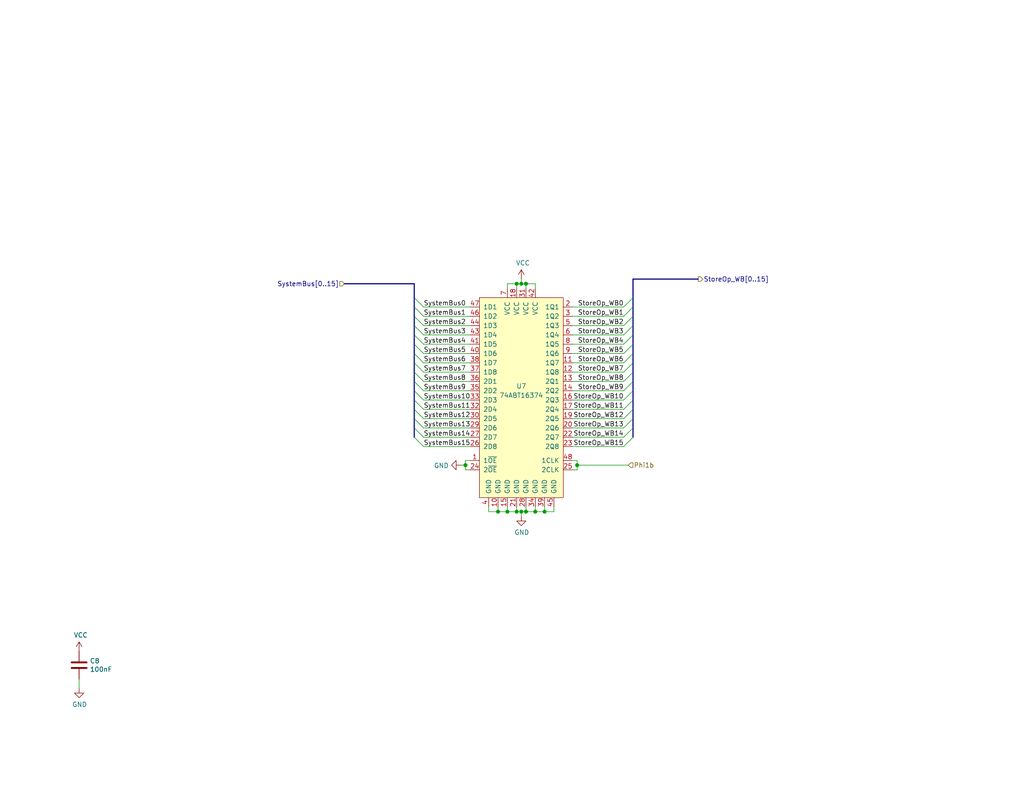
<source format=kicad_sch>
(kicad_sch (version 20230121) (generator eeschema)
  (paper "USLetter")
  (title_block (title "MEM/WB: Store Operand Register") (date "2023-04-01") (rev "A"))
  (lib_symbols
    (symbol "74xx (kicad5):74ABT16374" (pin_names (offset 1.016))
      (property "Reference" "U" (at 0 1.27 0))
      (property "Value" "74ABT16374" (at 0 -1.27 0))
      (symbol "74ABT16374_0_0"
        (pin input line (at -13.97 -20.32 0) (length 2.54) (name "1~{OE}") (number "1"))
        (pin power_in line (at -6.35 -33.02 90) (length 2.54) (name "GND") (number "10"))
        (pin tri_state line (at 13.97 6.35 180) (length 2.54) (name "1Q7") (number "11"))
        (pin tri_state line (at 13.97 3.81 180) (length 2.54) (name "1Q8") (number "12"))
        (pin tri_state line (at 13.97 1.27 180) (length 2.54) (name "2Q1") (number "13"))
        (pin tri_state line (at 13.97 -1.27 180) (length 2.54) (name "2Q2") (number "14"))
        (pin power_in line (at -3.81 -33.02 90) (length 2.54) (name "GND") (number "15"))
        (pin tri_state line (at 13.97 -3.81 180) (length 2.54) (name "2Q3") (number "16"))
        (pin tri_state line (at 13.97 -6.35 180) (length 2.54) (name "2Q4") (number "17"))
        (pin power_in line (at -1.27 26.67 270) (length 2.54) (name "VCC") (number "18"))
        (pin tri_state line (at 13.97 -8.89 180) (length 2.54) (name "2Q5") (number "19"))
        (pin tri_state line (at 13.97 21.59 180) (length 2.54) (name "1Q1") (number "2"))
        (pin tri_state line (at 13.97 -11.43 180) (length 2.54) (name "2Q6") (number "20"))
        (pin power_in line (at -1.27 -33.02 90) (length 2.54) (name "GND") (number "21"))
        (pin tri_state line (at 13.97 -13.97 180) (length 2.54) (name "2Q7") (number "22"))
        (pin tri_state line (at 13.97 -16.51 180) (length 2.54) (name "2Q8") (number "23"))
        (pin input line (at -13.97 -22.86 0) (length 2.54) (name "2~{OE}") (number "24"))
        (pin input line (at 13.97 -22.86 180) (length 2.54) (name "2CLK") (number "25"))
        (pin input line (at -13.97 -16.51 0) (length 2.54) (name "2D8") (number "26"))
        (pin input line (at -13.97 -13.97 0) (length 2.54) (name "2D7") (number "27"))
        (pin power_in line (at 1.27 -33.02 90) (length 2.54) (name "GND") (number "28"))
        (pin input line (at -13.97 -11.43 0) (length 2.54) (name "2D6") (number "29"))
        (pin tri_state line (at 13.97 19.05 180) (length 2.54) (name "1Q2") (number "3"))
        (pin input line (at -13.97 -8.89 0) (length 2.54) (name "2D5") (number "30"))
        (pin power_in line (at 1.27 26.67 270) (length 2.54) (name "VCC") (number "31"))
        (pin input line (at -13.97 -6.35 0) (length 2.54) (name "2D4") (number "32"))
        (pin input line (at -13.97 -3.81 0) (length 2.54) (name "2D3") (number "33"))
        (pin power_in line (at 3.81 -33.02 90) (length 2.54) (name "GND") (number "34"))
        (pin input line (at -13.97 -1.27 0) (length 2.54) (name "2D2") (number "35"))
        (pin input line (at -13.97 1.27 0) (length 2.54) (name "2D1") (number "36"))
        (pin input line (at -13.97 3.81 0) (length 2.54) (name "1D8") (number "37"))
        (pin input line (at -13.97 6.35 0) (length 2.54) (name "1D7") (number "38"))
        (pin power_in line (at 6.35 -33.02 90) (length 2.54) (name "GND") (number "39"))
        (pin power_in line (at -8.89 -33.02 90) (length 2.54) (name "GND") (number "4"))
        (pin input line (at -13.97 8.89 0) (length 2.54) (name "1D6") (number "40"))
        (pin input line (at -13.97 11.43 0) (length 2.54) (name "1D5") (number "41"))
        (pin power_in line (at 3.81 26.67 270) (length 2.54) (name "VCC") (number "42"))
        (pin input line (at -13.97 13.97 0) (length 2.54) (name "1D4") (number "43"))
        (pin input line (at -13.97 16.51 0) (length 2.54) (name "1D3") (number "44"))
        (pin power_in line (at 8.89 -33.02 90) (length 2.54) (name "GND") (number "45"))
        (pin input line (at -13.97 19.05 0) (length 2.54) (name "1D2") (number "46"))
        (pin input line (at -13.97 21.59 0) (length 2.54) (name "1D1") (number "47"))
        (pin input line (at 13.97 -20.32 180) (length 2.54) (name "1CLK") (number "48"))
        (pin tri_state line (at 13.97 16.51 180) (length 2.54) (name "1Q3") (number "5"))
        (pin tri_state line (at 13.97 13.97 180) (length 2.54) (name "1Q4") (number "6"))
        (pin power_in line (at -3.81 26.67 270) (length 2.54) (name "VCC") (number "7"))
        (pin tri_state line (at 13.97 11.43 180) (length 2.54) (name "1Q5") (number "8"))
        (pin tri_state line (at 13.97 8.89 180) (length 2.54) (name "1Q6") (number "9"))
      )
      (symbol "74ABT16374_0_1"
        (rectangle (start -11.43 24.13) (end 11.43 -30.48) (fill (type background)))
      )
    )
    (symbol "Device:C" (pin_numbers hide) (pin_names (offset 0.254))
      (property "Reference" "C" (at 0.635 2.54 0))
      (property "Value" "C" (at 0.635 -2.54 0))
      (symbol "C_0_1"
        (polyline (pts (xy -2.032 -0.762) (xy 2.032 -0.762)) (stroke (width 0.508)))
        (polyline (pts (xy -2.032 0.762) (xy 2.032 0.762)) (stroke (width 0.508)))
      )
      (symbol "C_1_1"
        (pin passive line (at 0 3.81 270) (length 2.794) (name "~") (number "1"))
        (pin passive line (at 0 -3.81 90) (length 2.794) (name "~") (number "2"))
      )
    )
    (symbol "power:GND" (power) (pin_names (offset 0))
      (property "Value" "GND" (at 0 -3.81 0))
      (symbol "GND_0_1"
        (polyline (pts (xy 0 0) (xy 0 -1.27) (xy 1.27 -1.27) (xy 0 -2.54) (xy -1.27 -1.27) (xy 0 -1.27)))
      )
      (symbol "GND_1_1"
        (pin power_in line (at 0 0 270) (length 0) hide (name "GND") (number "1"))
      )
    )
    (symbol "power:VCC" (power) (pin_names (offset 0))
      (property "Value" "VCC" (at 0 3.81 0))
      (symbol "VCC_0_1"
        (polyline (pts (xy -0.762 1.27) (xy 0 2.54)))
        (polyline (pts (xy 0 0) (xy 0 2.54)))
        (polyline (pts (xy 0 2.54) (xy 0.762 1.27)))
      )
      (symbol "VCC_1_1"
        (pin power_in line (at 0 0 90) (length 0) hide (name "VCC") (number "1"))
      )
    )
  )
  (junction (at 140.97 139.7))
  (junction (at 127 127))
  (junction (at 143.51 77.47))
  (junction (at 148.59 139.7))
  (junction (at 157.48 127))
  (junction (at 140.97 77.47))
  (junction (at 142.24 139.7))
  (junction (at 138.43 139.7))
  (junction (at 135.89 139.7))
  (junction (at 142.24 77.47))
  (junction (at 143.51 139.7))
  (junction (at 146.05 139.7))
  (bus_entry (at 172.72 96.52) (size -2.54 2.54))
  (bus_entry (at 113.03 96.52) (size 2.54 2.54))
  (bus_entry (at 113.03 93.98) (size 2.54 2.54))
  (bus_entry (at 113.03 111.76) (size 2.54 2.54))
  (bus_entry (at 172.72 116.84) (size -2.54 2.54))
  (bus_entry (at 113.03 81.28) (size 2.54 2.54))
  (bus_entry (at 172.72 91.44) (size -2.54 2.54))
  (bus_entry (at 113.03 101.6) (size 2.54 2.54))
  (bus_entry (at 113.03 114.3) (size 2.54 2.54))
  (bus_entry (at 113.03 119.38) (size 2.54 2.54))
  (bus_entry (at 172.72 83.82) (size -2.54 2.54))
  (bus_entry (at 172.72 99.06) (size -2.54 2.54))
  (bus_entry (at 172.72 109.22) (size -2.54 2.54))
  (bus_entry (at 172.72 81.28) (size -2.54 2.54))
  (bus_entry (at 113.03 91.44) (size 2.54 2.54))
  (bus_entry (at 113.03 106.68) (size 2.54 2.54))
  (bus_entry (at 172.72 111.76) (size -2.54 2.54))
  (bus_entry (at 172.72 86.36) (size -2.54 2.54))
  (bus_entry (at 172.72 119.38) (size -2.54 2.54))
  (bus_entry (at 172.72 93.98) (size -2.54 2.54))
  (bus_entry (at 113.03 99.06) (size 2.54 2.54))
  (bus_entry (at 113.03 86.36) (size 2.54 2.54))
  (bus_entry (at 172.72 106.68) (size -2.54 2.54))
  (bus_entry (at 172.72 101.6) (size -2.54 2.54))
  (bus_entry (at 113.03 104.14) (size 2.54 2.54))
  (bus_entry (at 113.03 88.9) (size 2.54 2.54))
  (bus_entry (at 172.72 104.14) (size -2.54 2.54))
  (bus_entry (at 113.03 83.82) (size 2.54 2.54))
  (bus_entry (at 113.03 109.22) (size 2.54 2.54))
  (bus_entry (at 113.03 116.84) (size 2.54 2.54))
  (bus_entry (at 172.72 114.3) (size -2.54 2.54))
  (bus_entry (at 172.72 88.9) (size -2.54 2.54))
  (wire (pts (xy 115.57 109.22) (xy 128.27 109.22)))
  (bus (pts (xy 113.03 93.98) (xy 113.03 96.52)))
  (bus (pts (xy 172.72 76.2) (xy 172.72 81.28)))
  (wire (pts (xy 128.27 125.73) (xy 127 125.73)))
  (wire (pts (xy 21.59 187.96) (xy 21.59 185.42)))
  (bus (pts (xy 172.72 83.82) (xy 172.72 86.36)))
  (bus (pts (xy 93.98 77.47) (xy 113.03 77.47)))
  (wire (pts (xy 142.24 76.2) (xy 142.24 77.47)))
  (bus (pts (xy 113.03 88.9) (xy 113.03 91.44)))
  (bus (pts (xy 172.72 81.28) (xy 172.72 83.82)))
  (wire (pts (xy 170.18 119.38) (xy 156.21 119.38)))
  (wire (pts (xy 135.89 139.7) (xy 138.43 139.7)))
  (wire (pts (xy 127 127) (xy 127 128.27)))
  (wire (pts (xy 115.57 114.3) (xy 128.27 114.3)))
  (wire (pts (xy 170.18 114.3) (xy 156.21 114.3)))
  (wire (pts (xy 142.24 139.7) (xy 143.51 139.7)))
  (wire (pts (xy 170.18 116.84) (xy 156.21 116.84)))
  (wire (pts (xy 115.57 116.84) (xy 128.27 116.84)))
  (wire (pts (xy 115.57 99.06) (xy 128.27 99.06)))
  (wire (pts (xy 143.51 139.7) (xy 146.05 139.7)))
  (wire (pts (xy 148.59 139.7) (xy 151.13 139.7)))
  (bus (pts (xy 113.03 83.82) (xy 113.03 86.36)))
  (wire (pts (xy 115.57 96.52) (xy 128.27 96.52)))
  (wire (pts (xy 135.89 138.43) (xy 135.89 139.7)))
  (wire (pts (xy 170.18 93.98) (xy 156.21 93.98)))
  (wire (pts (xy 157.48 127) (xy 171.45 127)))
  (bus (pts (xy 172.72 109.22) (xy 172.72 111.76)))
  (wire (pts (xy 138.43 138.43) (xy 138.43 139.7)))
  (bus (pts (xy 172.72 86.36) (xy 172.72 88.9)))
  (bus (pts (xy 113.03 91.44) (xy 113.03 93.98)))
  (wire (pts (xy 138.43 78.74) (xy 138.43 77.47)))
  (wire (pts (xy 115.57 106.68) (xy 128.27 106.68)))
  (wire (pts (xy 115.57 101.6) (xy 128.27 101.6)))
  (bus (pts (xy 113.03 104.14) (xy 113.03 106.68)))
  (wire (pts (xy 170.18 121.92) (xy 156.21 121.92)))
  (wire (pts (xy 115.57 86.36) (xy 128.27 86.36)))
  (wire (pts (xy 146.05 139.7) (xy 148.59 139.7)))
  (wire (pts (xy 133.35 138.43) (xy 133.35 139.7)))
  (wire (pts (xy 115.57 93.98) (xy 128.27 93.98)))
  (wire (pts (xy 170.18 104.14) (xy 156.21 104.14)))
  (wire (pts (xy 170.18 86.36) (xy 156.21 86.36)))
  (wire (pts (xy 127 128.27) (xy 128.27 128.27)))
  (wire (pts (xy 142.24 139.7) (xy 142.24 140.97)))
  (wire (pts (xy 143.51 78.74) (xy 143.51 77.47)))
  (wire (pts (xy 143.51 138.43) (xy 143.51 139.7)))
  (bus (pts (xy 172.72 106.68) (xy 172.72 109.22)))
  (wire (pts (xy 170.18 101.6) (xy 156.21 101.6)))
  (bus (pts (xy 113.03 106.68) (xy 113.03 109.22)))
  (bus (pts (xy 113.03 99.06) (xy 113.03 101.6)))
  (wire (pts (xy 170.18 111.76) (xy 156.21 111.76)))
  (wire (pts (xy 146.05 138.43) (xy 146.05 139.7)))
  (bus (pts (xy 113.03 77.47) (xy 113.03 81.28)))
  (wire (pts (xy 157.48 127) (xy 157.48 128.27)))
  (wire (pts (xy 115.57 111.76) (xy 128.27 111.76)))
  (wire (pts (xy 170.18 83.82) (xy 156.21 83.82)))
  (bus (pts (xy 172.72 111.76) (xy 172.72 114.3)))
  (wire (pts (xy 148.59 138.43) (xy 148.59 139.7)))
  (wire (pts (xy 127 125.73) (xy 127 127)))
  (bus (pts (xy 190.5 76.2) (xy 172.72 76.2)))
  (bus (pts (xy 113.03 96.52) (xy 113.03 99.06)))
  (wire (pts (xy 157.48 128.27) (xy 156.21 128.27)))
  (wire (pts (xy 115.57 104.14) (xy 128.27 104.14)))
  (wire (pts (xy 140.97 78.74) (xy 140.97 77.47)))
  (bus (pts (xy 113.03 116.84) (xy 113.03 119.38)))
  (wire (pts (xy 133.35 139.7) (xy 135.89 139.7)))
  (bus (pts (xy 172.72 104.14) (xy 172.72 106.68)))
  (bus (pts (xy 113.03 114.3) (xy 113.03 116.84)))
  (bus (pts (xy 113.03 109.22) (xy 113.03 111.76)))
  (wire (pts (xy 140.97 77.47) (xy 142.24 77.47)))
  (wire (pts (xy 170.18 91.44) (xy 156.21 91.44)))
  (wire (pts (xy 115.57 83.82) (xy 128.27 83.82)))
  (wire (pts (xy 115.57 91.44) (xy 128.27 91.44)))
  (bus (pts (xy 172.72 114.3) (xy 172.72 116.84)))
  (wire (pts (xy 170.18 88.9) (xy 156.21 88.9)))
  (bus (pts (xy 172.72 116.84) (xy 172.72 119.38)))
  (wire (pts (xy 170.18 96.52) (xy 156.21 96.52)))
  (bus (pts (xy 172.72 88.9) (xy 172.72 91.44)))
  (wire (pts (xy 143.51 77.47) (xy 146.05 77.47)))
  (bus (pts (xy 172.72 96.52) (xy 172.72 99.06)))
  (wire (pts (xy 157.48 125.73) (xy 157.48 127)))
  (bus (pts (xy 172.72 99.06) (xy 172.72 101.6)))
  (wire (pts (xy 140.97 138.43) (xy 140.97 139.7)))
  (wire (pts (xy 142.24 77.47) (xy 143.51 77.47)))
  (bus (pts (xy 113.03 81.28) (xy 113.03 83.82)))
  (wire (pts (xy 138.43 77.47) (xy 140.97 77.47)))
  (bus (pts (xy 113.03 86.36) (xy 113.03 88.9)))
  (wire (pts (xy 115.57 119.38) (xy 128.27 119.38)))
  (bus (pts (xy 172.72 91.44) (xy 172.72 93.98)))
  (wire (pts (xy 151.13 139.7) (xy 151.13 138.43)))
  (bus (pts (xy 113.03 111.76) (xy 113.03 114.3)))
  (bus (pts (xy 113.03 101.6) (xy 113.03 104.14)))
  (wire (pts (xy 146.05 77.47) (xy 146.05 78.74)))
  (wire (pts (xy 115.57 88.9) (xy 128.27 88.9)))
  (wire (pts (xy 140.97 139.7) (xy 142.24 139.7)))
  (wire (pts (xy 138.43 139.7) (xy 140.97 139.7)))
  (bus (pts (xy 172.72 93.98) (xy 172.72 96.52)))
  (wire (pts (xy 170.18 99.06) (xy 156.21 99.06)))
  (wire (pts (xy 127 127) (xy 125.73 127)))
  (bus (pts (xy 172.72 101.6) (xy 172.72 104.14)))
  (wire (pts (xy 170.18 106.68) (xy 156.21 106.68)))
  (wire (pts (xy 156.21 125.73) (xy 157.48 125.73)))
  (wire (pts (xy 170.18 109.22) (xy 156.21 109.22)))
  (wire (pts (xy 115.57 121.92) (xy 128.27 121.92)))
  (label "SystemBus0" (at 115.57 83.82 0))
  (label "StoreOp_WB0" (at 170.18 83.82 180))
  (label "StoreOp_WB4" (at 170.18 93.98 180))
  (label "StoreOp_WB15" (at 170.18 121.92 180))
  (label "SystemBus8" (at 115.57 104.14 0))
  (label "SystemBus3" (at 115.57 91.44 0))
  (label "SystemBus5" (at 115.57 96.52 0))
  (label "SystemBus11" (at 115.57 111.76 0))
  (label "SystemBus13" (at 115.57 116.84 0))
  (label "StoreOp_WB14" (at 170.18 119.38 180))
  (label "SystemBus1" (at 115.57 86.36 0))
  (label "SystemBus6" (at 115.57 99.06 0))
  (label "StoreOp_WB11" (at 170.18 111.76 180))
  (label "SystemBus15" (at 115.57 121.92 0))
  (label "StoreOp_WB2" (at 170.18 88.9 180))
  (label "SystemBus12" (at 115.57 114.3 0))
  (label "StoreOp_WB7" (at 170.18 101.6 180))
  (label "SystemBus4" (at 115.57 93.98 0))
  (label "StoreOp_WB5" (at 170.18 96.52 180))
  (label "StoreOp_WB9" (at 170.18 106.68 180))
  (label "StoreOp_WB1" (at 170.18 86.36 180))
  (label "SystemBus10" (at 115.57 109.22 0))
  (label "StoreOp_WB10" (at 170.18 109.22 180))
  (label "SystemBus9" (at 115.57 106.68 0))
  (label "StoreOp_WB8" (at 170.18 104.14 180))
  (label "StoreOp_WB12" (at 170.18 114.3 180))
  (label "SystemBus2" (at 115.57 88.9 0))
  (label "SystemBus14" (at 115.57 119.38 0))
  (label "StoreOp_WB13" (at 170.18 116.84 180))
  (label "StoreOp_WB3" (at 170.18 91.44 180))
  (label "StoreOp_WB6" (at 170.18 99.06 180))
  (label "SystemBus7" (at 115.57 101.6 0))
  (hierarchical_label "Phi1b" (shape input) (at 171.45 127 0))
  (hierarchical_label "StoreOp_WB[0..15]" (shape output) (at 190.5 76.2 0))
  (hierarchical_label "SystemBus[0..15]" (shape input) (at 93.98 77.47 180))
  (symbol (lib_id "Device:C") (at 21.59 181.61 0) (unit 1)
    (property "Reference" "C8" (at 24.511 180.4416 0) (effects (justify left)))
    (property "Value" "100nF" (at 24.511 182.753 0) (effects (justify left)))
    (property "Footprint" "Capacitor_SMD:C_0603_1608Metric_Pad1.08x0.95mm_HandSolder" (effects hide))
    (property "Mouser" "https://www.mouser.com/ProductDetail/963-EMK107B7104KAHT" (effects hide))
  )
  (symbol (lib_id "power:VCC") (at 21.59 177.8 0) (unit 1)
    (property "Reference" "#PWR0102" (effects hide))
    (property "Value" "VCC" (at 22.0218 173.4058 0))
  )
  (symbol (lib_id "power:GND") (at 21.59 187.96 0) (unit 1)
    (property "Reference" "#PWR0103" (effects hide))
    (property "Value" "GND" (at 21.717 192.3542 0))
  )
  (symbol (lib_id "power:GND") (at 125.73 127 270) (unit 1)
    (property "Reference" "#PWR0104" (effects hide))
    (property "Value" "GND" (at 122.4788 127.127 90) (effects (justify right)))
  )
  (symbol (lib_id "power:VCC") (at 142.24 76.2 0) (unit 1)
    (property "Reference" "#PWR0105" (effects hide))
    (property "Value" "VCC" (at 142.6718 71.8058 0))
  )
  (symbol (lib_id "power:GND") (at 142.24 140.97 0) (unit 1)
    (property "Reference" "#PWR0106" (effects hide))
    (property "Value" "GND" (at 142.367 145.3642 0))
  )
  (symbol (lib_id "74xx (kicad5):74ABT16374") (at 142.24 105.41 0) (unit 1)
    (property "Reference" "U7" (at 142.24 105.41 0))
    (property "Value" "74ABT16374" (at 142.24 107.95 0))
    (property "Footprint" "Package_SO:TSSOP-48_8x12.5mm_P0.5mm" (effects hide))
    (property "Datasheet" "https://www.ti.com/lit/ds/symlink/sn74abt16374a.pdf?HQS=dis-mous-null-mousermode-dsf-pf-null-wwe&ts=1617318801237" (effects hide))
    (property "Mouser" "https://www.mouser.com/ProductDetail/Texas-Instruments/SN74ABT16374ADGGR?qs=%2Fha2pyFadui8Wf%2F61v2joCyY9bOa3peBR5btn0VUHs8%3D" (effects hide))
  )
)
</source>
